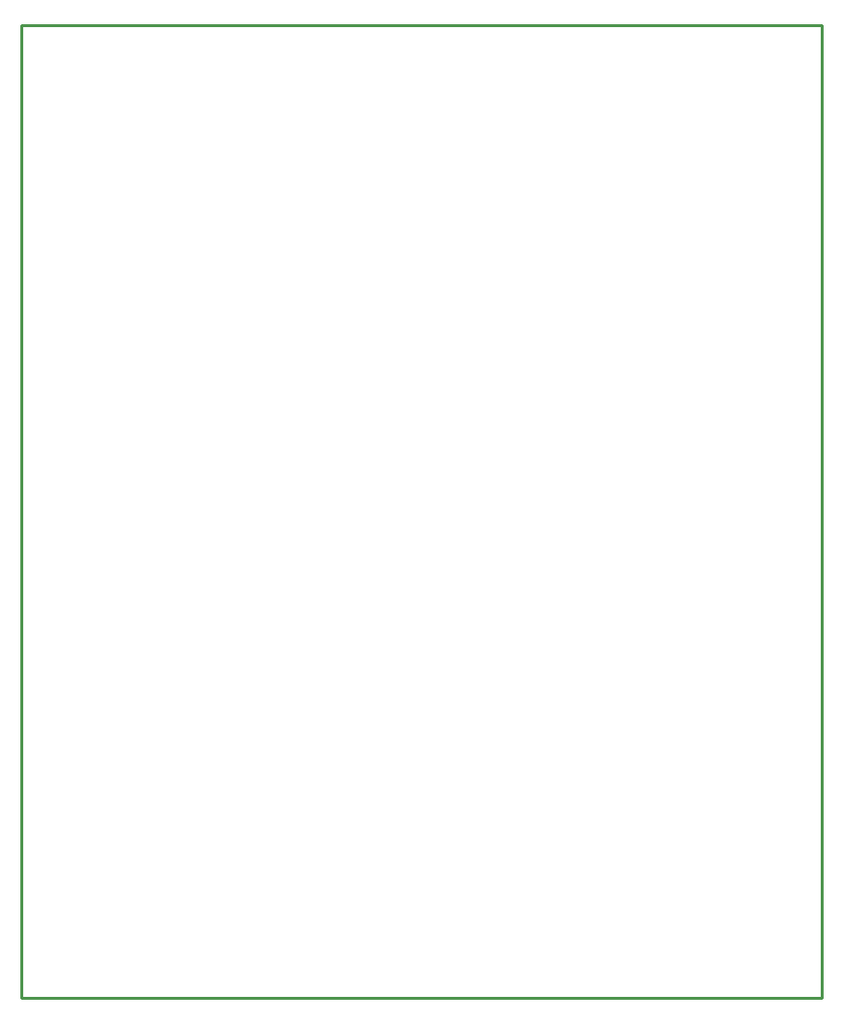
<source format=gko>
G04*
G04 #@! TF.GenerationSoftware,Altium Limited,Altium Designer,21.3.2 (30)*
G04*
G04 Layer_Color=16711935*
%FSTAX24Y24*%
%MOIN*%
G70*
G04*
G04 #@! TF.SameCoordinates,B2E6FB57-DAF8-471C-B04C-D09EA4292E56*
G04*
G04*
G04 #@! TF.FilePolarity,Positive*
G04*
G01*
G75*
%ADD12C,0.0100*%
D12*
X027559D02*
Y033465D01*
X0Y0D02*
Y033465D01*
X027559D01*
X0Y0D02*
X027559D01*
M02*

</source>
